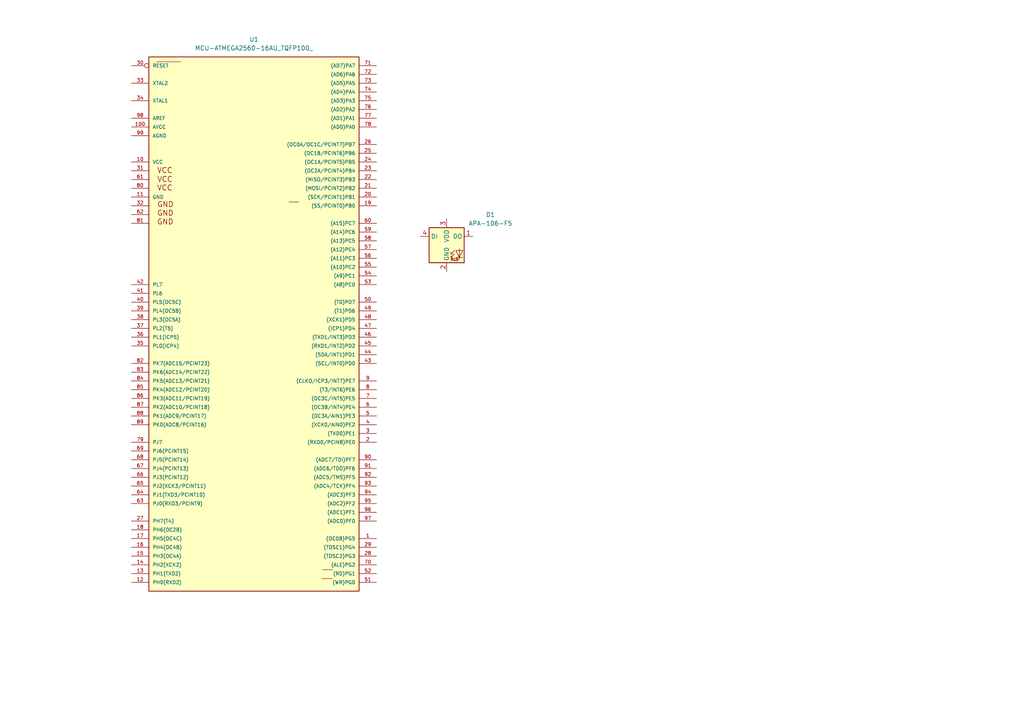
<source format=kicad_sch>
(kicad_sch (version 20231120) (generator "eeschema") (generator_version "8.0")
  (paper "A4")
  (lib_symbols
    (symbol "LED:APA-106-F5"
      (property "Reference" "D" (at 5.08 5.715 0))
      (property "Value" "APA-106-F5" (at 1.27 -5.715 0))
      (symbol "APA-106-F5_0_0"
        (text "RGB" (at 2.286 -4.191 0) (effects (font (size 0.762 0.762))))
      )
      (symbol "APA-106-F5_0_1"
        (polyline (pts (xy 1.27 -3.556) (xy 1.778 -3.556)))
        (polyline (pts (xy 1.27 -2.54) (xy 1.778 -2.54)))
        (polyline (pts (xy 4.699 -3.556) (xy 2.667 -3.556)))
        (polyline (pts (xy 2.286 -2.54) (xy 1.27 -3.556) (xy 1.27 -3.048)))
        (polyline (pts (xy 2.286 -1.524) (xy 1.27 -2.54) (xy 1.27 -2.032)))
        (polyline (pts (xy 3.683 -1.016) (xy 3.683 -3.556) (xy 3.683 -4.064)))
        (polyline (pts (xy 4.699 -1.524) (xy 2.667 -1.524) (xy 3.683 -3.556) (xy 4.699 -1.524)))
        (rectangle (start 5.08 5.08) (end -5.08 -5.08) (stroke (width 0.254)) (fill (type background)))
      )
      (symbol "APA-106-F5_1_1"
        (pin output line (at 7.62 2.54 180) (length 2.54) (name "DO") (number "1"))
        (pin power_in line (at 0 -7.62 90) (length 2.54) (name "GND") (number "2"))
        (pin power_in line (at 0 7.62 270) (length 2.54) (name "VDD") (number "3"))
        (pin input line (at -7.62 2.54 0) (length 2.54) (name "DI") (number "4"))
      )
    )
    (symbol "MCU-ATMEGA2560-16AU_TQFP100_:MCU-ATMEGA2560-16AU_TQFP100_" (pin_names (offset 1.016))
      (property "Reference" "U" (at -30.4836 80.0195 0))
      (property "Value" "MCU-ATMEGA2560-16AU_TQFP100_" (at -22.8868 80.104 0))
      (symbol "MCU-ATMEGA2560-16AU_TQFP100__0_0"
        (rectangle (start -30.48 -76.2) (end 30.48 78.74) (stroke (width 0.254)) (fill (type background)))
        (polyline (pts (xy -28.2575 77.3113) (xy -21.2725 77.3113)) (stroke (width 0.127)))
        (polyline (pts (xy 10.16 36.6713) (xy 13.0175 36.6713)) (stroke (width 0.127)))
        (polyline (pts (xy 19.685 -72.5488) (xy 22.7013 -72.5488)) (stroke (width 0.127)))
        (polyline (pts (xy 19.8437 -70.0088) (xy 22.86 -70.0088)) (stroke (width 0.127)))
        (text "GND" (at -28.1546 30.0634 0) (effects (font (size 1.527 1.527)) (justify left bottom)))
        (text "GND" (at -28.135 32.5859 0) (effects (font (size 1.526 1.526)) (justify left bottom)))
        (text "GND" (at -28.1042 35.0906 0) (effects (font (size 1.5243 1.5243)) (justify left bottom)))
        (text "VCC" (at -28.1458 39.9131 0) (effects (font (size 1.5266 1.5266)) (justify left bottom)))
        (text "VCC" (at -28.1333 44.9816 0) (effects (font (size 1.5259 1.5259)) (justify left bottom)))
        (text "VCC" (at -28.0988 42.3865 0) (effects (font (size 1.524 1.524)) (justify left bottom)))
        (pin bidirectional line (at 35.56 -60.96 180) (length 5.08) (name "(OC0B)PG5") (number "1"))
        (pin power_in line (at -35.56 48.26 0) (length 5.08) (name "VCC") (number "10"))
        (pin power_in line (at -35.56 58.42 0) (length 5.08) (name "AVCC") (number "100"))
        (pin power_in line (at -35.56 38.1 0) (length 5.08) (name "GND") (number "11"))
        (pin bidirectional line (at -35.56 -73.66 0) (length 5.08) (name "PH0(RXD2)") (number "12"))
        (pin bidirectional line (at -35.56 -71.12 0) (length 5.08) (name "PH1(TXD2)") (number "13"))
        (pin bidirectional line (at -35.56 -68.58 0) (length 5.08) (name "PH2(XCK2)") (number "14"))
        (pin bidirectional line (at -35.56 -66.04 0) (length 5.08) (name "PH3(OC4A)") (number "15"))
        (pin bidirectional line (at -35.56 -63.5 0) (length 5.08) (name "PH4(OC4B)") (number "16"))
        (pin bidirectional line (at -35.56 -60.96 0) (length 5.08) (name "PH5(OC4C)") (number "17"))
        (pin bidirectional line (at -35.56 -58.42 0) (length 5.08) (name "PH6(OC2B)") (number "18"))
        (pin bidirectional line (at 35.56 35.56 180) (length 5.08) (name "(SS/PCINT0)PB0") (number "19"))
        (pin bidirectional line (at 35.56 -33.02 180) (length 5.08) (name "(RXD0/PCIN8)PE0") (number "2"))
        (pin bidirectional line (at 35.56 38.1 180) (length 5.08) (name "(SCK/PCINT1)PB1") (number "20"))
        (pin bidirectional line (at 35.56 40.64 180) (length 5.08) (name "(MOSI/PCINT2)PB2") (number "21"))
        (pin bidirectional line (at 35.56 43.18 180) (length 5.08) (name "(MISO/PCINT3)PB3") (number "22"))
        (pin bidirectional line (at 35.56 45.72 180) (length 5.08) (name "(OC2A/PCINT4)PB4") (number "23"))
        (pin bidirectional line (at 35.56 48.26 180) (length 5.08) (name "(OC1A/PCINT5)PB5") (number "24"))
        (pin bidirectional line (at 35.56 50.8 180) (length 5.08) (name "(OC1B/PCINT6)PB6") (number "25"))
        (pin bidirectional line (at 35.56 53.34 180) (length 5.08) (name "(OC0A/OC1C/PCINT7)PB7") (number "26"))
        (pin bidirectional line (at -35.56 -55.88 0) (length 5.08) (name "PH7(T4)") (number "27"))
        (pin bidirectional line (at 35.56 -66.04 180) (length 5.08) (name "(TOSC2)PG3") (number "28"))
        (pin bidirectional line (at 35.56 -63.5 180) (length 5.08) (name "(TOSC1)PG4") (number "29"))
        (pin bidirectional line (at 35.56 -30.48 180) (length 5.08) (name "(TXD0)PE1") (number "3"))
        (pin input inverted (at -35.56 76.2 0) (length 5.08) (name "RESET") (number "30"))
        (pin power_in line (at -35.56 45.72 0) (length 5.08) (name "~") (number "31"))
        (pin power_in line (at -35.56 35.56 0) (length 5.08) (name "~") (number "32"))
        (pin output line (at -35.56 71.12 0) (length 5.08) (name "XTAL2") (number "33"))
        (pin input line (at -35.56 66.04 0) (length 5.08) (name "XTAL1") (number "34"))
        (pin bidirectional line (at -35.56 -5.08 0) (length 5.08) (name "PL0(ICP4)") (number "35"))
        (pin bidirectional line (at -35.56 -2.54 0) (length 5.08) (name "PL1(ICP5)") (number "36"))
        (pin bidirectional line (at -35.56 0 0) (length 5.08) (name "PL2(T5)") (number "37"))
        (pin bidirectional line (at -35.56 2.54 0) (length 5.08) (name "PL3(OC5A)") (number "38"))
        (pin bidirectional line (at -35.56 5.08 0) (length 5.08) (name "PL4(OC5B)") (number "39"))
        (pin bidirectional line (at 35.56 -27.94 180) (length 5.08) (name "(XCK0/AIN0)PE2") (number "4"))
        (pin bidirectional line (at -35.56 7.62 0) (length 5.08) (name "PL5(OC5C)") (number "40"))
        (pin bidirectional line (at -35.56 10.16 0) (length 5.08) (name "PL6") (number "41"))
        (pin bidirectional line (at -35.56 12.7 0) (length 5.08) (name "PL7") (number "42"))
        (pin bidirectional line (at 35.56 -10.16 180) (length 5.08) (name "(SCL/INT0)PD0") (number "43"))
        (pin bidirectional line (at 35.56 -7.62 180) (length 5.08) (name "(SDA/INT1)PD1") (number "44"))
        (pin bidirectional line (at 35.56 -5.08 180) (length 5.08) (name "(RXD1/INT2)PD2") (number "45"))
        (pin bidirectional line (at 35.56 -2.54 180) (length 5.08) (name "(TXD1/INT3)PD3") (number "46"))
        (pin bidirectional line (at 35.56 0 180) (length 5.08) (name "(ICP1)PD4") (number "47"))
        (pin bidirectional line (at 35.56 2.54 180) (length 5.08) (name "(XCK1)PD5") (number "48"))
        (pin bidirectional line (at 35.56 5.08 180) (length 5.08) (name "(T1)PD6") (number "49"))
        (pin bidirectional line (at 35.56 -25.4 180) (length 5.08) (name "(OC3A/AIN1)PE3") (number "5"))
        (pin bidirectional line (at 35.56 7.62 180) (length 5.08) (name "(T0)PD7") (number "50"))
        (pin bidirectional line (at 35.56 -73.66 180) (length 5.08) (name "(WR)PG0") (number "51"))
        (pin bidirectional line (at 35.56 -71.12 180) (length 5.08) (name "(RD)PG1") (number "52"))
        (pin bidirectional line (at 35.56 12.7 180) (length 5.08) (name "(A8)PC0") (number "53"))
        (pin bidirectional line (at 35.56 15.24 180) (length 5.08) (name "(A9)PC1") (number "54"))
        (pin bidirectional line (at 35.56 17.78 180) (length 5.08) (name "(A10)PC2") (number "55"))
        (pin bidirectional line (at 35.56 20.32 180) (length 5.08) (name "(A11)PC3") (number "56"))
        (pin bidirectional line (at 35.56 22.86 180) (length 5.08) (name "(A12)PC4") (number "57"))
        (pin bidirectional line (at 35.56 25.4 180) (length 5.08) (name "(A13)PC5") (number "58"))
        (pin bidirectional line (at 35.56 27.94 180) (length 5.08) (name "(A14)PC6") (number "59"))
        (pin bidirectional line (at 35.56 -22.86 180) (length 5.08) (name "(OC3B/INT4)PE4") (number "6"))
        (pin bidirectional line (at 35.56 30.48 180) (length 5.08) (name "(A15)PC7") (number "60"))
        (pin power_in line (at -35.56 43.18 0) (length 5.08) (name "~") (number "61"))
        (pin power_in line (at -35.56 33.02 0) (length 5.08) (name "~") (number "62"))
        (pin bidirectional line (at -35.56 -50.8 0) (length 5.08) (name "PJ0(RXD3/PCINT9)") (number "63"))
        (pin bidirectional line (at -35.56 -48.26 0) (length 5.08) (name "PJ1(TXD3/PCINT10)") (number "64"))
        (pin bidirectional line (at -35.56 -45.72 0) (length 5.08) (name "PJ2(XCK3/PCINT11)") (number "65"))
        (pin bidirectional line (at -35.56 -43.18 0) (length 5.08) (name "PJ3(PCINT12)") (number "66"))
        (pin bidirectional line (at -35.56 -40.64 0) (length 5.08) (name "PJ4(PCINT13)") (number "67"))
        (pin bidirectional line (at -35.56 -38.1 0) (length 5.08) (name "PJ5(PCINT14)") (number "68"))
        (pin bidirectional line (at -35.56 -35.56 0) (length 5.08) (name "PJ6(PCINT15)") (number "69"))
        (pin bidirectional line (at 35.56 -20.32 180) (length 5.08) (name "(OC3C/INT5)PE5") (number "7"))
        (pin bidirectional line (at 35.56 -68.58 180) (length 5.08) (name "(ALE)PG2") (number "70"))
        (pin bidirectional line (at 35.56 76.2 180) (length 5.08) (name "(AD7)PA7") (number "71"))
        (pin bidirectional line (at 35.56 73.66 180) (length 5.08) (name "(AD6)PA6") (number "72"))
        (pin bidirectional line (at 35.56 71.12 180) (length 5.08) (name "(AD5)PA5") (number "73"))
        (pin bidirectional line (at 35.56 68.58 180) (length 5.08) (name "(AD4)PA4") (number "74"))
        (pin bidirectional line (at 35.56 66.04 180) (length 5.08) (name "(AD3)PA3") (number "75"))
        (pin bidirectional line (at 35.56 63.5 180) (length 5.08) (name "(AD2)PA2") (number "76"))
        (pin bidirectional line (at 35.56 60.96 180) (length 5.08) (name "(AD1)PA1") (number "77"))
        (pin bidirectional line (at 35.56 58.42 180) (length 5.08) (name "(AD0)PA0") (number "78"))
        (pin bidirectional line (at -35.56 -33.02 0) (length 5.08) (name "PJ7") (number "79"))
        (pin bidirectional line (at 35.56 -17.78 180) (length 5.08) (name "(T3/INT6)PE6") (number "8"))
        (pin power_in line (at -35.56 40.64 0) (length 5.08) (name "~") (number "80"))
        (pin power_in line (at -35.56 30.48 0) (length 5.08) (name "~") (number "81"))
        (pin bidirectional line (at -35.56 -10.16 0) (length 5.08) (name "PK7(ADC15/PCINT23)") (number "82"))
        (pin bidirectional line (at -35.56 -12.7 0) (length 5.08) (name "PK6(ADC14/PCINT22)") (number "83"))
        (pin bidirectional line (at -35.56 -15.24 0) (length 5.08) (name "PK5(ADC13/PCINT21)") (number "84"))
        (pin bidirectional line (at -35.56 -17.78 0) (length 5.08) (name "PK4(ADC12/PCINT20)") (number "85"))
        (pin bidirectional line (at -35.56 -20.32 0) (length 5.08) (name "PK3(ADC11/PCINT19)") (number "86"))
        (pin bidirectional line (at -35.56 -22.86 0) (length 5.08) (name "PK2(ADC10/PCINT18)") (number "87"))
        (pin bidirectional line (at -35.56 -25.4 0) (length 5.08) (name "PK1(ADC9/PCINT17)") (number "88"))
        (pin bidirectional line (at -35.56 -27.94 0) (length 5.08) (name "PK0(ADC8/PCINT16)") (number "89"))
        (pin bidirectional line (at 35.56 -15.24 180) (length 5.08) (name "(CLKO/ICP3/INT7)PE7") (number "9"))
        (pin bidirectional line (at 35.56 -38.1 180) (length 5.08) (name "(ADC7/TDI)PF7") (number "90"))
        (pin bidirectional line (at 35.56 -40.64 180) (length 5.08) (name "(ADC6/TDO)PF6") (number "91"))
        (pin bidirectional line (at 35.56 -43.18 180) (length 5.08) (name "(ADC5/TMS)PF5") (number "92"))
        (pin bidirectional line (at 35.56 -45.72 180) (length 5.08) (name "(ADC4/TCK)PF4") (number "93"))
        (pin bidirectional line (at 35.56 -48.26 180) (length 5.08) (name "(ADC3)PF3") (number "94"))
        (pin bidirectional line (at 35.56 -50.8 180) (length 5.08) (name "(ADC2)PF2") (number "95"))
        (pin bidirectional line (at 35.56 -53.34 180) (length 5.08) (name "(ADC1)PF1") (number "96"))
        (pin bidirectional line (at 35.56 -55.88 180) (length 5.08) (name "(ADC0)PF0") (number "97"))
        (pin bidirectional line (at -35.56 60.96 0) (length 5.08) (name "AREF") (number "98"))
        (pin power_in line (at -35.56 55.88 0) (length 5.08) (name "AGND") (number "99"))
      )
    )
  )
  (symbol (lib_id "LED:APA-106-F5") (at 129.54 71.12 0) (unit 1)
    (property "Reference" "D1" (at 142.24 62.2614 0))
    (property "Value" "APA-106-F5" (at 142.24 64.8014 0))
    (property "Footprint" "LED_THT:LED_D5.0mm-4_RGB" (effects (hide yes)))
    (property "Datasheet" "https://cdn.sparkfun.com/datasheets/Components/LED/COM-12877.pdf" (effects (hide yes)))
    (property "Description" "RGB LED with integrated controller, 5mm Package" (effects (hide yes)))
  )
  (symbol (lib_id "MCU-ATMEGA2560-16AU_TQFP100_:MCU-ATMEGA2560-16AU_TQFP100_") (at 73.66 95.25 0) (unit 1)
    (property "Reference" "U1" (at 73.66 11.43 0))
    (property "Value" "MCU-ATMEGA2560-16AU_TQFP100_" (at 73.66 13.97 0))
    (property "Footprint" "MCU-ATMEGA2560-16AU_TQFP100:TQFP100-0.5-14X14MM" (effects (hide yes)))
    (property "DigiKey_Part_Number" "ATMEGA2560-16AU-ND" (effects (hide yes)))
    (property "MF" "Microchip" (effects (hide yes)))
    (property "Purchase-URL" "https://www.snapeda.com/api/url_track_click_mouser/?unipart_id=44196&manufacturer=Microchip&part_name=ATMEGA2560-16AU&search_term=atmega2560-16au" (effects (hide yes)))
    (property "Package" "TQFP-100 Microchip" (effects (hide yes)))
    (property "MPN" "ATMEGA2560-16AU" (effects (hide yes)))
    (property "SnapEDA_Link" "https://www.snapeda.com/parts/ATMEGA2560-16AU/Microchip/view-part/?ref=snap" (effects (hide yes)))
    (property "MP" "ATMEGA2560-16AU" (effects (hide yes)))
    (property "Description_1" "\nAVR AVR® ATmega Microcontroller IC 8-Bit 16MHz 256KB (128K x 16) FLASH 100-TQFP (14x14)\n" (effects (hide yes)))
    (property "Check_prices" "https://www.snapeda.com/parts/ATMEGA2560-16AU/Microchip/view-part/?ref=eda" (effects (hide yes)))
  )
)
</source>
